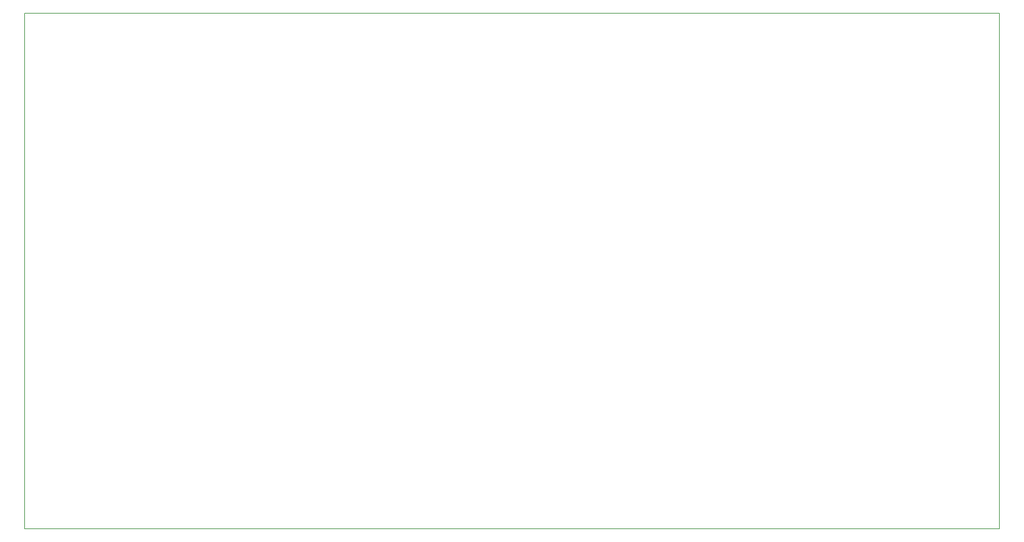
<source format=gbr>
G04 DipTrace 3.0.0.1*
G04 BoardOutline.gbr*
%MOMM*%
G04 #@! TF.FileFunction,Profile*
G04 #@! TF.Part,Single*
%ADD11C,0.14*%
%FSLAX35Y35*%
G04*
G71*
G90*
G75*
G01*
G04 BoardOutline*
%LPD*%
X0Y0D2*
D11*
Y13500000D1*
X25500000D1*
Y0D1*
X0D1*
M02*

</source>
